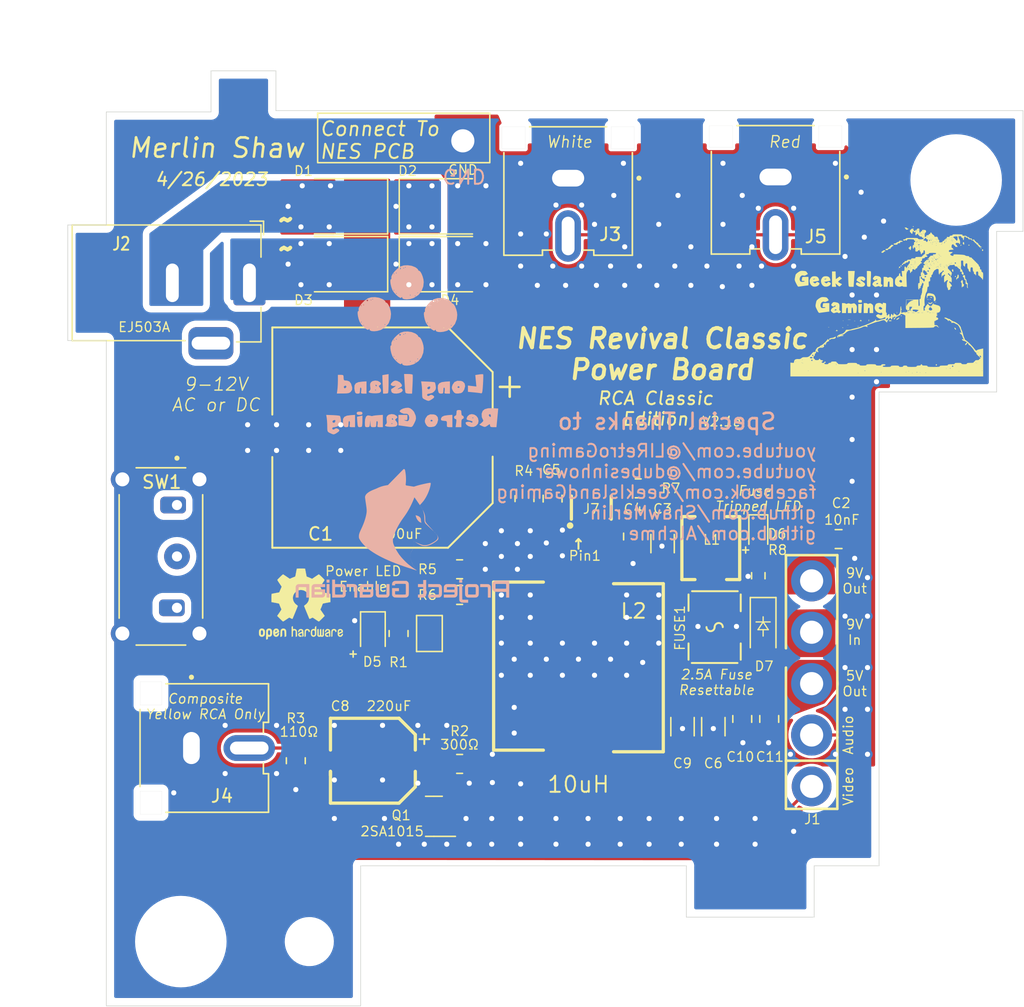
<source format=kicad_pcb>
(kicad_pcb (version 20211014) (generator pcbnew)
  (layers (0 "F.Cu" signal) (31 "B.Cu" signal) (34 "B.Paste" user) (35 "F.Paste" user) (36 "B.SilkS" user "B.Silkscreen") (37 "F.SilkS" user "F.Silkscreen") (38 "B.Mask" user) (39 "F.Mask" user) (44 "Edge.Cuts" user))
  (net 0 "")
  (net 1 "5V Out")
  (net 2 "Net-(C8-Pad1)")
  (net 3 "Net-(D2-Pad2)")
  (net 4 "Video Out")
  (net 5 "Net-(C8-Pad2)")
  (net 6 "GND")
  (net 7 "Video In")
  (net 8 "Audio In")
  (net 9 "9VIn")
  (net 10 "9VOut")
  (net 11 "/AC+")
  (net 12 "/AC-")
  (net 13 "Net-(J7-Pad4)")
  (net 14 "Net-(R4-Pad2)")
  (net 15 "SW")
  (net 16 "EN")
  (net 17 "Net-(C5-Pad1)")
  (net 18 "V5")
  (net 19 "9V_Int")
  (net 20 "9V_Ont")
  (net 21 "LED_On")
  (footprint "Capacitor_SMD:C_1206_3216Metric" (layer "F.Cu") (at 238.1 -29.75 -90)
    (fp_text reference "C9")
    (fp_text value "47uF")
  )
  (footprint "Capacitor_SMD:C_1206_3216Metric" (layer "F.Cu") (at 236.55 -44 -90)
    (fp_text reference "C3")
    (fp_text value "22uf/25")
  )
  (footprint "Resistor_SMD:R_0805_2012Metric" (layer "F.Cu") (at 208 -27.1 -90)
    (fp_text reference "R3")
    (fp_text value "110R")
  )
  (footprint "Resistor_SMD:R_0805_2012Metric" (layer "F.Cu") (at 225.8 -47.5 -90)
    (fp_text reference "R4")
    (fp_text value "10k")
  )
  (footprint "Merlin:OSHW-Logo2_7.3x6mm_SilkScreen" (layer "F.Cu") (at 208.4 -39.3)
    (fp_text reference "REF**" hide)
    (fp_text value "OSHW-Logo2_7.3x6mm_SilkScreen" hide)
  )
  (footprint "Diode_SMD:D_SMB" (layer "F.Cu") (at 211.6 -70.25 180)
    (fp_text reference "D1")
    (fp_text value "SD560B")
  )
  (footprint "Diode_SMD:D_SMB" (layer "F.Cu") (at 219.6 -65.75)
    (fp_text reference "D4")
    (fp_text value "SD560B")
  )
  (footprint "Capacitor_SMD:C_0805_2012Metric" (layer "F.Cu") (at 227.9875 -47.5 -90)
    (fp_text reference "C5")
    (fp_text value "1uF")
  )
  (footprint "Capacitor_SMD:C_0805_2012Metric" (layer "F.Cu") (at 244.85 -30.35 -90)
    (fp_text reference "C11")
    (fp_text value "50pF")
  )
  (footprint "Package_TO_SOT_SMD:SOT-23" (layer "F.Cu") (at 218.75 -22.77 180)
    (fp_text reference "Q1")
    (fp_text value "2SA1015")
  )
  (footprint "Diode_SMD:D_SOD-123" (layer "F.Cu") (at 244.375 -37.55 -90)
    (fp_text reference "D7")
    (fp_text value "1N4148W")
  )
  (footprint "Resistor_SMD:R_0805_2012Metric" (layer "F.Cu") (at 216 -37 90)
    (fp_text reference "R1")
    (fp_text value "2.2k")
  )
  (footprint "Resistor_SMD:R_0805_2012Metric" (layer "F.Cu") (at 220.75 -40)
    (fp_text reference "R6")
    (fp_text value "40.2k")
  )
  (footprint "" (layer "F.Cu") (at 199.05 -13.02)
    (fp_text reference "")
    (fp_text value "")
  )
  (footprint "Merlin:GeekIsland2" (layer "F.Cu") (at 254 -63)
    (fp_text reference "G***" hide)
    (fp_text value "LOGO" hide)
  )
  (footprint "Connector_BarrelJack:BarrelJack_Horizontal" (layer "F.Cu") (at 204.39 -64.2975)
    (fp_text reference "J2")
    (fp_text value "DC-005-5A-2.5")
  )
  (footprint "Resistor_SMD:R_0805_2012Metric" (layer "F.Cu") (at 234.65 -48.3)
    (fp_text reference "R7")
    (fp_text value "100K")
  )
  (footprint "Diode_SMD:D_SMB" (layer "F.Cu") (at 219.6 -70.25)
    (fp_text reference "D2")
    (fp_text value "SD560B")
  )
  (footprint "easyeda:IND-SMD_L4.9-W4.5" (layer "F.Cu") (at 240.3 -43.65 -90)
    (fp_text reference "L1")
    (fp_text value "IND-SMD_L4.9-W4.5" hide)
  )
  (footprint "Diode_SMD:D_SMB" (layer "F.Cu") (at 211.6 -65.75 180)
    (fp_text reference "D3")
    (fp_text value "SD560B")
  )
  (footprint "Resistor_SMD:R_0805_2012Metric" (layer "F.Cu") (at 220.75 -42)
    (fp_text reference "R5")
    (fp_text value "7.68k")
  )
  (footprint "easyeda:IND-SMD_L13.0-W13.0" (layer "F.Cu") (at 230 -34.4 -90)
    (fp_text reference "L2")
    (fp_text value "IND-SMD_L13.0-W13.0" hide)
  )
  (footprint "Merlin:CUI_RCJ-044" (layer "F.Cu") (at 229.196 -72.442 90)
    (fp_text reference "J3")
    (fp_text value "White RCJ-52" hide)
    (fp_line (start 2.3 5.15) (end 4 5.15) (layer "Edge.Cuts") (width 0.01))
    (fp_line (start 4 5.15) (end 4 3.35) (layer "Edge.Cuts") (width 0.01))
    (fp_line (start 2.3 -5.15) (end 2.3 -3.35) (layer "Edge.Cuts") (width 0.01))
    (fp_line (start 4 -5.15) (end 2.3 -5.15) (layer "Edge.Cuts") (width 0.01))
    (fp_line (start 2.3 3.35) (end 2.3 5.15) (layer "Edge.Cuts") (width 0.01))
    (fp_line (start 4 -3.35) (end 4 -5.15) (layer "Edge.Cuts") (width 0.01))
    (fp_line (start 4 3.35) (end 2.3 3.35) (layer "Edge.Cuts") (width 0.01))
    (fp_line (start 2.3 -3.35) (end 4 -3.35) (layer "Edge.Cuts") (width 0.01))
  )
  (footprint "Capacitor_SMD:C_1206_3216Metric" (layer "F.Cu") (at 240.5 -29.75 -90)
    (fp_text reference "C6")
    (fp_text value "22uf/25")
  )
  (footprint "Merlin:SolderJumper-2_P1.3mm_Open_TrianglePad1.0x1.5mm" (layer "F.Cu") (at 218.4 -37 90)
    (fp_text reference "RJV-EXT1" hide)
    (fp_text value "Resistor" hide)
  )
  (footprint "" (layer "F.Cu") (at 209.05 -13.02)
    (fp_text reference "")
    (fp_text value "")
  )
  (footprint "easyeda:CAP-SMD_BD16.0-L17.0-W17.0-FD-LS18.0" (layer "F.Cu") (at 214.75 -52.25 180)
    (fp_text reference "C1")
    (fp_text value "CAP-SMD_BD16.0-L17.0-W17.0-FD-LS18.0" hide)
  )
  (footprint "Merlin:CUI_RCJ-044" (layer "F.Cu") (at 199.876 -28.086 180)
    (fp_text reference "J4")
    (fp_text value "Yellow RCJ-44")
    (fp_line (start 2.3 -3.35) (end 4 -3.35) (layer "Edge.Cuts") (width 0.01))
    (fp_line (start 4 3.35) (end 2.3 3.35) (layer "Edge.Cuts") (width 0.01))
    (fp_line (start 2.3 -5.15) (end 2.3 -3.35) (layer "Edge.Cuts") (width 0.01))
    (fp_line (start 4 -5.15) (end 2.3 -5.15) (layer "Edge.Cuts") (width 0.01))
    (fp_line (start 4 5.15) (end 4 3.35) (layer "Edge.Cuts") (width 0.01))
    (fp_line (start 2.3 3.35) (end 2.3 5.15) (layer "Edge.Cuts") (width 0.01))
    (fp_line (start 4 -3.35) (end 4 -5.15) (layer "Edge.Cuts") (width 0.01))
    (fp_line (start 2.3 5.15) (end 4 5.15) (layer "Edge.Cuts") (width 0.01))
  )
  (footprint "Capacitor_SMD:C_0805_2012Metric" (layer "F.Cu") (at 250.25 -44.35)
    (fp_text reference "C2")
    (fp_text value "10nF")
  )
  (footprint "Capacitor_SMD:C_0805_2012Metric" (layer "F.Cu") (at 242.75 -30.35 -90)
    (fp_text reference "C10")
    (fp_text value ".1uF/25")
  )
  (footprint "Merlin:CUI_RCJ-044" (layer "F.Cu") (at 245.342 -72.536 90)
    (fp_text reference "J5")
    (fp_text value "Red RCJ-042" hide)
    (fp_line (start 4 -3.35) (end 4 -5.15) (layer "Edge.Cuts") (width 0.01))
    (fp_line (start 2.3 5.15) (end 4 5.15) (layer "Edge.Cuts") (width 0.01))
    (fp_line (start 2.3 -3.35) (end 4 -3.35) (layer "Edge.Cuts") (width 0.01))
    (fp_line (start 2.3 3.35) (end 2.3 5.15) (layer "Edge.Cuts") (width 0.01))
    (fp_line (start 4 3.35) (end 2.3 3.35) (layer "Edge.Cuts") (width 0.01))
    (fp_line (start 4 5.15) (end 4 3.35) (layer "Edge.Cuts") (width 0.01))
    (fp_line (start 4 -5.15) (end 2.3 -5.15) (layer "Edge.Cuts") (width 0.01))
    (fp_line (start 2.3 -5.15) (end 2.3 -3.35) (layer "Edge.Cuts") (width 0.01))
  )
  (footprint "Capacitor_SMD:C_0805_2012Metric" (layer "F.Cu") (at 234.25 -44.55 -90)
    (fp_text reference "C4")
    (fp_text value ".1uF/25")
  )
  (footprint "" (layer "F.Cu") (at 259.4 -72.3)
    (fp_text reference "")
    (fp_text value "")
  )
  (footprint "LED_SMD:LED_0603_1608Metric" (layer "F.Cu") (at 244 -44.75 -90)
    (fp_text reference "D6")
    (fp_text value "Power LED")
  )
  (footprint "easyeda:SOT-23-6_L2.9-W1.6-P0.95-LS2.8-BR" (layer "F.Cu") (at 231 -46.8 -90)
    (fp_text reference "J7")
    (fp_text value "SOT-23-6_L2.9-W1.6-P0.95-LS2.8-BR" hide)
  )
  (footprint "easyeda:F1812" (layer "F.Cu") (at 240.6 -37.5 -90)
    (fp_text reference "FUSE1")
    (fp_text value "SMD1812P150TF/16" hide)
  )
  (footprint "Connectors.IntLib:WIREPAD-09-15" (layer "F.Cu") (at 221 -75.35 -90)
    (fp_text reference "GND")
    (fp_text value "Wire Pad" hide)
  )
  (footprint "Specialty Components.IntLib:RF BOARD CONNECTOR" (layer "F.Cu") (at 248.15 -25.1 90)
    (fp_text reference "J1")
    (fp_text value "Board Connector" hide)
  )
  (footprint "easyeda:CAP-SMD_BD6.3-L6.5-W6.5-LS7.0-FD" (layer "F.Cu") (at 214 -27.1 180)
    (fp_text reference "C8")
    (fp_text value "220uF" hide)
  )
  (footprint "Resistor_SMD:R_0805_2012Metric" (layer "F.Cu") (at 220.75 -26.85 180)
    (fp_text reference "R2")
    (fp_text value "300")
  )
  (footprint "Merlin:SW_EG1224" (layer "F.Cu") (at 197.5 -43 -90)
    (fp_text reference "SW1")
    (fp_text value "EG2215")
  )
  (footprint "Resistor_SMD:R_0603_1608Metric" (layer "F.Cu") (at 244 -41.5 -90)
    (fp_text reference "R8")
    (fp_text value "2.2k")
  )
  (footprint "LED_SMD:LED_0805_2012Metric" (layer "F.Cu") (at 214 -37 -90)
    (fp_text reference "D5")
    (fp_text value "Power LED")
  )
  (footprint "Merlin:LongIslandRetroGaming4" (layer "B.Cu") (at 216.75 -59.3 180)
    (fp_text reference "G***")
    (fp_text value "LOGO" hide)
  )
  (footprint "Merlin:PG_20mmx13.1mm" (layer "B.Cu") (at 216.354429 -44.858363 180)
    (fp_text reference "G***" hide)
    (fp_text value "LOGO" hide)
  )
  (gr_rect (start 209.7 -77.5) (end 223.1 -73.65) (layer "F.SilkS") (width 0.12) (fill none))
  (gr_line (start 212.225 -35.4) (end 212.7 -35.4) (layer "F.SilkS") (width 0.12))
  (gr_line (start 242.775 -43.5) (end 243.25 -43.5) (layer "F.SilkS") (width 0.12))
  (gr_line (start 212.4625 -35.1625) (end 212.4625 -35.6375) (layer "F.SilkS") (width 0.12))
  (gr_line (start 243.0125 -43.2625) (end 243.0125 -43.7375) (layer "F.SilkS") (width 0.12))
  (gr_line (start 238.4 -14.92) (end 238.4 -18.92) (layer "Edge.Cuts") (width 0.05))
  (gr_line (start 238.4 -18.92) (end 213.05 -18.92) (layer "Edge.Cuts") (width 0.05))
  (gr_line (start 213.05 -18.92) (end 213.05 -8.02) (layer "Edge.Cuts") (width 0.05))
  (gr_line (start 253.4 -55.8) (end 253.4 -18.92) (layer "Edge.Cuts") (width 0.05))
  (gr_line (start 201.4 -80.8) (end 206.45 -80.8) (layer "Edge.Cuts") (width 0.05))
  (gr_line (start 193.25 -68.8) (end 193.25 -77.6) (layer "Edge.Cuts") (width 0.05))
  (gr_line (start 253.4 -18.92) (end 248.35 -18.92) (layer "Edge.Cuts") (width 0.05))
  (gr_line (start 264.6 -68.3) (end 262.55 -68.3) (layer "Edge.Cuts") (width 0.05))
  (gr_line (start 193.25 -77.6) (end 201.4 -77.6) (layer "Edge.Cuts") (width 0.05))
  (gr_line (start 262.55 -55.8) (end 253.4 -55.8) (layer "Edge.Cuts") (width 0.05))
  (gr_line (start 213.05 -8.02) (end 193.25 -8.02) (layer "Edge.Cuts") (width 0.05))
  (gr_line (start 206.45 -77.7) (end 264.6 -77.7) (layer "Edge.Cuts") (width 0.05))
  (gr_line (start 193.25 -8.02) (end 193.25 -59.8) (layer "Edge.Cuts") (width 0.05))
  (gr_line (start 262.55 -68.3) (end 262.55 -55.8) (layer "Edge.Cuts") (width 0.05))
  (gr_line (start 264.6 -77.7) (end 264.6 -68.3) (layer "Edge.Cuts") (width 0.05))
  (gr_line (start 193.25 -59.8) (end 190.25 -59.8) (layer "Edge.Cuts") (width 0.05))
  (gr_line (start 190.25 -68.8) (end 193.25 -68.8) (layer "Edge.Cuts") (width 0.05))
  (gr_line (start 190.25 -59.8) (end 190.25 -68.8) (layer "Edge.Cuts") (width 0.05))
  (gr_line (start 248.35 -18.92) (end 248.35 -14.92) (layer "Edge.Cuts") (width 0.05))
  (gr_line (start 201.4 -77.6) (end 201.4 -80.8) (layer "Edge.Cuts") (width 0.05))
  (gr_line (start 206.45 -80.8) (end 206.45 -77.7) (layer "Edge.Cuts") (width 0.05))
  (gr_line (start 248.35 -14.92) (end 238.4 -14.92) (layer "Edge.Cuts") (width 0.05))
  (gr_text "Special Thanks to" (at 245.5 -53.5) (layer "B.SilkS") (effects (font (size 1.25 1.25) (thickness 0.2)) (justify left mirror)))
  (gr_text "youtube.com/@LIRetroGaming\nyoutube.com/@dubesinhower\nfacebook.com/GeekIslandGaming\ngithub.com/ShawMerlin\ngithub.com/Alchme" (at 248.6 -48) (layer "B.SilkS") (effects (font (size 1 1)) (justify left mirror)))
  (gr_text "9V\nOut" (at 251.5 -41.1) (layer "F.SilkS") (effects (font (size 0.75 0.75) (thickness 0.1))))
  (gr_text "Video" (at 251 -25.1 90) (layer "F.SilkS") (effects (font (size 0.75 0.75) (thickness 0.1))))
  (gr_text "10nF" (at 250.5 -45.85) (layer "F.SilkS") (effects (font (size 0.75 0.75) (thickness 0.1))))
  (gr_text "V2.1e" (at 239.5 -53.5) (layer "F.SilkS") (effects (font (size 0.75 0.75) (thickness 0.1) bold italic) (justify left)))
  (gr_text "Merlin Shaw" (at 201.85 -74.8) (layer "F.SilkS") (effects (font (size 1.5 1.5) (thickness 0.2) bold italic)))
  (gr_text "White\n" (at 229.3 -75.27) (layer "F.SilkS") (effects (font (size 0.9 0.9) (thickness 0.1) bold italic)))
  (gr_text "Power LED\nEnable" (at 213.25 -41.25) (layer "F.SilkS") (effects (font (size 0.75 0.75) (thickness 0.1))))
  (gr_text "Fuse \nTripped LED" (at 244 -47.5) (layer "F.SilkS") (effects (font (size 0.75 0.75) (thickness 0.1) italic)))
  (gr_text "110Ω" (at 208.25 -29.35) (layer "F.SilkS") (effects (font (size 0.75 0.75) (thickness 0.1))))
  (gr_text "+" (at 224.65 -56.35) (layer "F.SilkS") (effects (font (size 2 2) (thickness 0.2))))
  (gr_text "RCA Classic\nEdition" (at 236 -54.5) (layer "F.SilkS") (effects (font (size 1 1) (thickness 0.15) bold italic)))
  (gr_text "9V\nIn" (at 251.5 -37.1) (layer "F.SilkS") (effects (font (size 0.75 0.75) (thickness 0.1))))
  (gr_text "Red" (at 246.05 -75.27) (layer "F.SilkS") (effects (font (size 0.9 0.9) (thickness 0.1) bold italic)))
  (gr_text "2.5A Fuse\nResettable" (at 240.75 -33.2) (layer "F.SilkS") (effects (font (size 0.75 0.75) (thickness 0.1) italic)))
  (gr_text "~" (at 207.25 -69.25) (layer "F.SilkS") (effects (font (size 1.5 1.5) (thickness 0.3))))
  (gr_text "Pin1" (at 230.5 -43.05) (layer "F.SilkS") (effects (font (size 0.75 0.75) (thickness 0.1))))
  (gr_text "220uF" (at 215.25 -31.35) (layer "F.SilkS") (effects (font (size 0.75 0.75) (thickness 0.1))))
  (gr_text "300Ω" (at 220.75 -28.35) (layer "F.SilkS") (effects (font (size 0.75 0.75) (thickness 0.1))))
  (gr_text "2200uF" (at 215.75 -44.75) (layer "F.SilkS") (effects (font (size 0.75 0.75) (thickness 0.1))))
  (gr_text "NES Revival Classic\nPower Board" (at 236.5 -58.75) (layer "F.SilkS") (effects (font (size 1.5 1.5) (thickness 0.3) italic)))
  (gr_text "5V\nOut" (at 251.5 -33.1) (layer "F.SilkS") (effects (font (size 0.75 0.75) (thickness 0.1))))
  (gr_text "~" (at 207.25 -67) (layer "F.SilkS") (effects (font (size 1.5 1.5) (thickness 0.3))))
  (gr_text "9-12V\nAC or DC" (at 201.8 -55.6) (layer "F.SilkS") (effects (font (size 1 1) (thickness 0.1) bold italic)))
  (gr_text "Composite\nYellow RCA Only" (at 200.95 -31.32) (layer "F.SilkS") (effects (font (size 0.75 0.75) (thickness 0.1) bold italic)))
  (gr_text "Connect To\nNES PCB" (at 209.8 -75.4) (layer "F.SilkS") (effects (font (size 1.1 1.1) (thickness 0.15) bold italic) (justify left)))
  (gr_text "+" (at 218 -28.85) (layer "F.SilkS") (effects (font (size 1 1))))
  (gr_text "10uH" (at 230 -25.25) (layer "F.SilkS") (effects (font (size 1.25 1.25))))
  (gr_text "EJ503A" (at 196.2 -60.85) (layer "F.SilkS") (effects (font (size 0.75 0.75) (thickness 0.1))))
  (gr_text "Audio" (at 251 -29.1 90) (layer "F.SilkS") (effects (font (size 0.75 0.75) (thickness 0.1))))
  (gr_text "4/26/2023" (at 201.45 -72.35) (layer "F.SilkS") (effects (font (size 1 1) (thickness 0.15) bold italic)))
  (gr_text "↑" (at 230 -44.05) (layer "F.SilkS") (effects (font (size 1 1))))
  (segment (start 221.6625 -32.5875) (end 224.15 -30.1) (width 0.5) (layer "F.Cu") (net 1))
  (segment (start 221.6625 -40) (end 221.6625 -37.5875) (width 0.5) (layer "F.Cu") (net 1))
  (segment (start 221.6625 -26.85) (end 224.35 -26.85) (width 0.25) (layer "F.Cu") (net 1))
  (segment (start 225.5 -28) (end 231.25 -28) (width 0.25) (layer "F.Cu") (net 1))
  (segment (start 224.35 -26.85) (end 225.5 -28) (width 0.25) (layer "F.Cu") (net 1))
  (segment (start 221.6625 -36.4125) (end 221.6625 -32.5875) (width 0.5) (layer "F.Cu") (net 1))
  (segment (start 224.15 -30.1) (end 229.05 -30.1) (width 0.5) (layer "F.Cu") (net 1))
  (segment (start 221.6625 -37.5875) (end 221.6625 -36.4125) (width 0.5) (layer "F.Cu") (net 1))
  (segment (start 229.1 -29.15) (end 230 -29.15) (width 0.5) (layer "F.Cu") (net 1))
  (segment (start 218.4 -36.275) (end 221.525 -36.275) (width 0.25) (layer "F.Cu") (net 1))
  (segment (start 229.05 -30.1) (end 230 -29.15) (width 0.5) (layer "F.Cu") (net 1))
  (segment (start 221.525 -36.275) (end 221.6625 -36.4125) (width 0.25) (layer "F.Cu") (net 1))
  (segment (start 219.6875 -26.7) (end 219.8375 -26.85) (width 0.25) (layer "F.Cu") (net 2))
  (segment (start 219.6875 -23.72) (end 219.6875 -26.7) (width 0.25) (layer "F.Cu") (net 2))
  (segment (start 219.5875 -27.1) (end 216.67 -27.1) (width 0.25) (layer "F.Cu") (net 2))
  (segment (start 219.8375 -26.85) (end 219.5875 -27.1) (width 0.25) (layer "F.Cu") (net 2))
  (segment (start 214.2125 -36.1) (end 216.1875 -36.1) (width 0.25) (layer "F.Cu") (net 3))
  (segment (start 213.9875 -36.0875) (end 214 -36.1) (width 0.25) (layer "F.Cu") (net 3))
  (segment (start 207.9265 -28.086) (end 208 -28.0125) (width 0.25) (layer "F.Cu") (net 4))
  (segment (start 204.376 -28.086) (end 207.9265 -28.086) (width 0.25) (layer "F.Cu") (net 4))
  (segment (start 209.0875 -26.1875) (end 210 -27.1) (width 0.25) (layer "F.Cu") (net 5))
  (segment (start 208 -26.1875) (end 209.0875 -26.1875) (width 0.25) (layer "F.Cu") (net 5))
  (segment (start 210 -27.1) (end 211.33 -27.1) (width 0.25) (layer "F.Cu") (net 5))
  (segment (start 244.8 -28.5) (end 244.8 -29.35) (width 1) (layer "F.Cu") (net 6))
  (segment (start 251.5 -42.85) (end 251.5 -44.3) (width 0.75) (layer "F.Cu") (net 6))
  (segment (start 243.975 -40.675) (end 243.2 -41.45) (width 0.25) (layer "F.Cu") (net 6))
  (segment (start 251.5 -44.3) (end 251.45 -44.35) (width 0.75) (layer "F.Cu") (net 6))
  (segment (start 240.5 -28.275) (end 240.5 -29.55) (width 1) (layer "F.Cu") (net 6))
  (segment (start 234.25 -42.45) (end 234.25 -43.6) (width 1) (layer "F.Cu") (net 6))
  (segment (start 212.58125 -38) (end 214.01875 -38) (width 0.25) (layer "F.Cu") (net 6))
  (segment (start 238.1 -28.275) (end 238.1 -29.6) (width 1) (layer "F.Cu") (net 6))
  (segment (start 244 -40.675) (end 243.975 -40.675) (width 0.25) (layer "F.Cu") (net 6))
  (segment (start 236.5 -43.8) (end 236.5 -43.125) (width 1) (layer "F.Cu") (net 6))
  (segment (start 242.8 -28.5) (end 242.8 -29.35) (width 1) (layer "F.Cu") (net 6))
  (via (at 235.5 -22.6) (size 0.8) (drill 0.4) (layers "F.Cu" "B.Cu") (net 6))
  (via (at 233.25 -22.6) (size 0.8) (drill 0.4) (layers "F.Cu" "B.Cu") (net 6))
  (via (at 253.75 -69.1) (size 0.8) (drill 0.4) (layers "F.Cu" "B.Cu") (net 6))
  (via (at 238 -22.6) (size 0.8) (drill 0.4) (layers "F.Cu" "B.Cu") (net 6))
  (via (at 226.25 -40) (size 0.8) (drill 0.4) (layers "F.Cu" "B.Cu") (net 6))
  (via (at 225.5 -68.1) (size 0.8) (drill 0.4) (layers "F.Cu" "B.Cu") (net 6))
  (via (at 232.5 -35) (size 0.8) (drill 0.4) (layers "F.Cu" "B.Cu") (net 6))
  (via (at 212.58125 -38) (size 0.8) (drill 0.4) (layers "F.Cu" "B.Cu") (net 6))
  (via (at 251.3 -63.35) (size 0.8) (drill 0.4) (layers "F.Cu" "B.Cu") (net 6))
  (via (at 228.75 -33.75) (size 0.8) (drill 0.4) (layers "F.Cu" "B.Cu") (net 6))
  (via (at 236.25 -36.25) (size 0.8) (drill 0.4) (layers "F.Cu" "B.Cu") (net 6))
  (via (at 204.25 -53.25) (size 0.8) (drill 0.4) (layers "F.Cu" "B.Cu") (net 6))
  (via (at 206.5 -26.1) (size 0.8) (drill 0.4) (layers "F.Cu" "B.Cu") (net 6))
  (via (at 237.75 -71.1) (size 0.8) (drill 0.4) (layers "F.Cu" "B.Cu") (net 6))
  (via (at 246.75 -21.6) (size 0.8) (drill 0.4) (layers "F.Cu" "B.Cu") (net 6))
  (via (at 253.2 -63.35) (size 0.8) (drill 0.4) (layers "F.Cu" "B.Cu") (net 6))
  (via (at 226.25 -33.75) (size 0.8) (drill 0.4) (layers "F.Cu" "B.Cu") (net 6))
  (via (at 220.6 -71.85) (size 0.8) (drill 0.4) (layers "F.Cu" "B.Cu") (net 6))
  (via (at 232.5 -65.6) (size 0.8) (drill 0.4) (layers "F.Cu" "B.Cu") (net 6))
  (via (at 227.5 -35) (size 0.8) (drill 0.4) (layers "F.Cu" "B.Cu") (net 6))
  (via (at 246.5 -27.6) (size 0.8) (drill 0.4) (layers "F.Cu" "B.Cu") (net 6))
  (via (at 224 -38.25) (size 0.8) (drill 0.4) (layers "F.Cu" "B.Cu") (net 6))
  (via (at 230 -35) (size 0.8) (drill 0.4) (layers "F.Cu" "B.Cu") (net 6))
  (via (at 233.75 -40) (size 0.8) (drill 0.4) (layers "F.Cu" "B.Cu") (net 6))
  (via (at 224 -40) (size 0.8) (drill 0.4) (layers "F.Cu" "B.Cu") (net 6))
  (via (at 240.5 -29.6) (size 0.8) (drill 0.4) (layers "F.Cu" "B.Cu") (net 6))
  (via (at 227.5 -68.1) (size 0.8) (drill 0.4) (layers "F.Cu" "B.Cu") (net 6))
  (via (at 250 -73.6) (size 0.8) (drill 0.4) (layers "F.Cu" "B.Cu") (net 6))
  (via (at 226.25 -36.25) (size 0.8) (drill 0.4) (layers "F.Cu" "B.Cu") (net 6))
  (via (at 220.6 -64.15) (size 0.8) (drill 0.4) (layers "F.Cu" "B.Cu") (net 6))
  (via (at 209 -51.25) (size 0.8) (drill 0.4) (layers "F.Cu" "B.Cu") (net 6))
  (via (at 237.5 -65.6) (size 0.8) (drill 0.4) (layers "F.Cu" "B.Cu") (net 6))
  (via (at 225.5 -20.6) (size 0.8) (drill 0.4) (layers "F.Cu" "B.Cu") (net 6))
  (via (at 223.25 -22.6) (size 0.8) (drill 0.4) (layers "F.Cu" "B.Cu") (net 6))
  (via (at 242.3 -37.55) (size 0.8) (drill 0.4) (layers "F.Cu" "B.Cu") (net 6))
  (via (at 222.8 -71.85) (size 0.8) (drill 0.4) (layers "F.Cu" "B.Cu") (net 6))
  (via (at 243.5 -64.1) (size 0.8) (drill 0.4) (layers "F.Cu" "B.Cu") (net 6))
  (via (at 234.75 -65.6) (size 0.8) (drill 0.4) (layers "F.Cu" "B.Cu") (net 6))
  (via (at 208 -24.85) (size 0.8) (drill 0.4) (layers "F.Cu" "B.Cu") (net 6))
  (via (at 242.5 -65.6) (size 0.8) (drill 0.4) (layers "F.Cu" "B.Cu") (net 6))
  (via (at 235 -34.75) (size 0.8) (drill 0.4) (layers "F.Cu" "B.Cu") (net 6))
  (via (at 222.8 -64.15) (size 0.8) (drill 0.4) (layers "F.Cu" "B.Cu") (net 6))
  (via (at 223.25 -20.6) (size 0.8) (drill 0.4) (layers "F.Cu" "B.Cu") (net 6))
  (via (at 233.5 -73.6) (size 0.8) (drill 0.4) (layers "F.Cu" "B.Cu") (net 6))
  (via (at 219.75 -20.6) (size 0.8) (drill 0.4) (layers "F.Cu" "B.Cu") (net 6))
  (via (at 225 -31.25) (size 0.8) (drill 0.4) (layers "F.Cu" "B.Cu") (net 6))
  (via (at 211 -22.6) (size 0.8) (drill 0.4) (layers "F.Cu" "B.Cu") (net 6))
  (via (at 225 -29.25) (size 0.8) (drill 0.4) (layers "F.Cu" "B.Cu") (net 6))
  (via (at 216 -20.6) (size 0.8) (drill 0.4) (layers "F.Cu" "B.Cu") (net 6))
  (via (at 228.75 -36.25) (size 0.8) (drill 0.4) (layers "F.Cu" "B.Cu") (net 6))
  (via (at 226.25 -38.25) (size 0.8) (drill 0.4) (layers "F.Cu" "B.Cu") (net 6))
  (via (at 239.3 -37.55) (size 0.8) (drill 0.4) (layers "F.Cu" "B.Cu") (net 6))
  (via (at 236.25 -38.25) (size 0.8) (drill 0.4) (layers "F.Cu" "B.Cu") (net 6))
  (via (at 228.25 -20.6) (size 0.8) (drill 0.4) (layers "F.Cu" "B.Cu") (net 6))
  (via (at 227.5 -44.05) (size 0.8) (drill 0.4) (layers "F.Cu" "B.Cu") (net 6))
  (via (at 230.75 -22.6) (size 0.8) (drill 0.4) (layers "F.Cu" "B.Cu") (net 6))
  (via (at 225.5 -22.6) (size 0.8) (drill 0.4) (layers "F.Cu" "B.Cu") (net 6))
  (via (at 244.25 -65.6) (size 0.8) (drill 0.4) (layers "F.Cu" "B.Cu") (net 6))
  (via (at 225.5 -65.6) (size 0.8) (drill 0.4) (layers "F.Cu" "B.Cu") (net 6))
  (via (at 225.25 -42) (size 0.8) (drill 0.4) (layers "F.Cu" "B.Cu") (net 6))
  (via (at 228 -65.6) (size 0.8) (drill 0.4) (layers "F.Cu" "B.Cu") (net 6))
  (via (at 231.25 -68.85) (size 0.8) (drill 0.4) (layers "F.Cu" "B.Cu") (net 6))
  (via (at 211.5 -53.25) (size 0.8) (drill 0.4) (layers "F.Cu" "B.Cu") (net 6))
  (via (at 250 -27.6) (size 0.8) (drill 0.4) (layers "F.Cu" "B.Cu") (net 6))
  (via (at 243.2 -41.45) (size 0.8) (drill 0.4) (layers "F.Cu" "B.Cu") (net 6))
  (via (at 226.25 -45) (size 0.8) (drill 0.4) (layers "F.Cu" "B.Cu") (net 6))
  (via (at 238.75 -64.1) (size 0.8) (drill 0.4) (layers "F.Cu" "B.Cu") (net 6))
  (via (at 226.25 -43) (size 0.8) (drill 0.4) (layers "F.Cu" "B.Cu") (net 6))
  (via (at 198.5 -24.6) (size 0.8) (drill 0.4) (layers "F.Cu" "B.Cu") (net 6))
  (via (at 232.75 -71.1) (size 0.8) (drill 0.4) (layers "F.Cu" "B.Cu") (net 6))
  (via (at 217.5 -29.85) (size 0.8) (drill 0.4) (layers "F.Cu" "B.Cu") (net 6))
  (via (at 241.25 -73.6) (size 0.8) (drill 0.4) (layers "F.Cu" "B.Cu") (net 6))
  (via (at 219.75 -29.85) (size 0.8) (drill 0.4) (layers "F.Cu" "B.Cu") (net 6))
  (via (at 231.4 -64.1) (size 0.8) (drill 0.4) (layers "F.Cu" "B.Cu") (net 6))
  (via (at 229 -64.1) (size 0.8) (drill 0.4) (layers "F.Cu" "B.Cu") (net 6))
  (via (at 252.5 -41.35) (size 0.8) (drill 0.4) (layers "F.Cu" "B.Cu") (net 6))
  (via (at 243.75 -20.6) (size 0.8) (drill 0.4) (layers "F.Cu" "B.Cu") (net 6))
  (via (at 251.3 -59.1) (size 0.8) (drill 0.4) (layers "F.Cu" "B.Cu") (net 6))
  (via (at 251.3 -52.1) (size 0.8) (drill 0.4) (layers "F.Cu" "B.Cu") (net 6))
  (via (at 221.25 -22.6) (size 0.8) (drill 0.4) (layers "F.Cu" "B.Cu") (net 6))
  (via (at 225.5 -73.6) (size 0.8) (drill 0.4) (layers "F.Cu" "B.Cu") (net 6))
  (via (at 236.25 -40) (size 0.8) (drill 0.4) (layers "F.Cu" "B.Cu") (net 6))
  (via (at 233.6 -67.1) (size 0.8) (drill 0.4) (layers "F.Cu" "B.Cu") (net 6))
  (via (at 252 -71.35) (size 0.8) (drill 0.4) (layers "F.Cu" "B.Cu") (net 6))
  (via (at 230.25 -65.6) (size 0.8) (drill 0.4) (layers "F.Cu" "B.Cu") (net 6))
  (via (at 230.25 -70.35) (size 0.8) (drill 0.4) (layers "F.Cu" "B.Cu") (net 6))
  (via (at 231.25 -36.25) (size 0.8) (drill 0.4) (layers "F.Cu" "B.Cu") (net 6))
  (via (at 209 -53.25) (size 0.8) (drill 0.4) (layers "F.Cu" "B.Cu") (net 6))
  (via (at 225.5 -25.3) (size 0.8) (drill 0.4) (layers "F.Cu" "B.Cu") (net 6))
  (via (at 236.25 -68.85) (size 0.8) (drill 0.4) (layers "F.Cu" "B.Cu") (net 6))
  (via (at 233.75 -33.75) (size 0.8) (drill 0.4) (layers "F.Cu" "B.Cu") (net 6))
  (via (at 242.8 -28.5) (size 0.8) (drill 0.4) (layers "F.Cu" "B.Cu") (net 6))
  (via (at 233.25 -20.6) (size 0.8) (drill 0.4) (layers "F.Cu" "B.Cu") (net 6))
  (via (at 252.5 -27.6) (size 0.8) (drill 0.4) (layers "F.Cu" "B.Cu") (net 6))
  (via (at 206.5 -53.25) (size 0.8) (drill 0.4) (layers "F.Cu" "B.Cu") (net 6))
  (via (at 250.75 -34.35) (size 0.8) (drill 0.4) (layers "F.Cu" "B.Cu") (net 6))
  (via (at 240 -65.6) (size 0.8) (drill 0.4) (layers "F.Cu" "B.Cu") (net 6))
  (via (at 223.3 -25.4) (size 0.8) (drill 0.4) (layers "F.Cu" "B.Cu") (net 6))
  (via (at 224 -36.25) (size 0.8) (drill 0.4) (layers "F.Cu" "B.Cu") (net 6))
  (via (at 235.5 -20.6) (size 0.8) (drill 0.4) (layers "F.Cu" "B.Cu") (net 6))
  (via (at 244 -70.1) (size 0.8) (drill 0.4) (layers "F.Cu" "B.Cu") (net 6))
  (via (at 253.2 -59.1) (size 0.8) (drill 0.4) (layers "F.Cu" "B.Cu") (net 6))
  (via (at 252.5 -31.1) (size 0.8) (drill 0.4) (layers "F.Cu" "B.Cu") (net 6))
  (via (at 211 -29.85) (size 0.8) (drill 0.4) (layers "F.Cu" "B.Cu") (net 6))
  (via (at 250.75 -66.35) (size 0.8) (drill 0.4) (layers "F.Cu" "B.Cu") (net 6))
  (via (at 242.75 -71.1) (size 0.8) (drill 0.4) (layers "F.Cu" "B.Cu") (net 6))
  (via (at 238.75 -67.1) (size 0.8) (drill 0.4) (layers "F.Cu" "B.Cu") (net 6))
  (via (at 233.6 -64.1) (size 0.8) (drill 0.4) (layers "F.Cu" "B.Cu") (net 6))
  (via (at 251.3 -48.85) (size 0.8) (drill 0.4) (layers "F.Cu" "B.Cu") (net 6))
  (via (at 224 -45) (size 0.8) (drill 0.4) (layers "F.Cu" "B.Cu") (net 6))
  (via (at 246.75 -65.6) (size 0.8) (drill 0.4) (layers "F.Cu" "B.Cu") (net 6))
  (via (at 233.75 -38.25) (size 0.8) (drill 0.4) (layers "F.Cu" "B.Cu") (net 6))
  (via (at 222.75 -42) (size 0.8) (drill 0.4) (layers "F.Cu" "B.Cu") (net 6))
  (via (at 228.75 -43.05) (size 0.8) (drill 0.4) (layers "F.Cu" "B.Cu") (net 6))
  (via (at 228.25 -22.6) (size 0.8) (drill 0.4) (layers "F.Cu" "B.Cu") (net 6))
  (via (at 228.25 -70.35) (size 0.8) (drill 0.4) (layers "F.Cu" "B.Cu") (net 6))
  (via (at 214.75 -29.85) (size 0.8) (drill 0.4) (layers "F.Cu" "B.Cu") (net 6))
  (via (at 222.8 -67.35) (size 0.8) (drill 0.4) (layers "F.Cu" "B.Cu") (net 6))
  (via (at 236.5 -43.8) (size 0.8) (drill 0.4) (layers "F.Cu" "B.Cu") (net 6))
  (via (at 252.5 -38.35) (size 0.8) (drill 0.4) (layers "F.Cu" "B.Cu") (net 6))
  (via (at 238.1 -29.6) (size 0.8) (drill 0.4) (layers "F.Cu" "B.Cu") (net 6))
  (via (at 204.25 -51.25) (size 0.8) (drill 0.4) (layers "F.Cu" "B.Cu") (net 6))
  (via (at 240.75 -22.6) (size 0.8) (drill 0.4) (layers "F.Cu" "B.Cu") (net 6))
  (via (at 217.5 -25.35) (size 0.8) (drill 0.4) (layers "F.Cu" "B.Cu") (net 6))
  (via (at 222.75 -44) (size 0.8) (drill 0.4) (layers "F.Cu" "B.Cu") (net 6))
  (via (at 202.5 -26.1) (size 0.8) (drill 0.4) (layers "F.Cu" "B.Cu") (net 6))
  (via (at 241.25 -68.85) (size 0.8) (drill 0.4) (layers "F.Cu" "B.Cu") (net 6))
  (via (at 238 -20.6) (size 0.8) (drill 0.4) (layers "F.Cu" "B.Cu") (net 6))
  (via (at 211 -25.6) (size 0.8) (drill 0.4) (layers "F.Cu" "B.Cu") (net 6))
  (via (at 233.75 -36.25) (size 0.8) (drill 0.4) (layers "F.Cu" "B.Cu") (net 6))
  (via (at 252.25 -67.85) (size 0.8) (drill 0.4) (layers "F.Cu" "B.Cu") (net 6))
  (via (at 252.5 -34.35) (size 0.8) (drill 0.4) (layers "F.Cu" "B.Cu") (net 6))
  (via (at 231.25 -33.75) (size 0.8) (drill 0.4) (layers "F.Cu" "B.Cu") (net 6))
  (via (at 224 -33.75) (size 0.8) (drill 0.4) (layers "F.Cu" "B.Cu") (net 6))
  (via (at 251.5 -42.85) (size 0.8) (drill 0.4) (layers "F.Cu" "B.Cu") (net 6))
  (via (at 220.6 -67.35) (size 0.8) (drill 0.4) (layers "F.Cu" "B.Cu") (net 6))
  (via (at 251.3 -55.4) (size 0.8) (drill 0.4) (layers "F.Cu" "B.Cu") (net 6))
  (via (at 234.25 -42.45) (size 0.8) (drill 0.4) (layers "F.Cu" "B.Cu") (net 6))
  (via (at 253.2 -56.6) (size 0.8) (drill 0.4) (layers "F.Cu" "B.Cu") (net 6))
  (via (at 243.75 -22.6) (size 0.8) (drill 0.4) (layers "F.Cu" "B.Cu") (net 6))
  (via (at 240.75 -20.6) (size 0.8) (drill 0.4) (layers "F.Cu" "B.Cu") (net 6))
  (via (at 236.1 -64.1) (size 0.8) (drill 0.4) (layers "F.Cu" "B.Cu") (net 6))
  (via (at 223.3 -27.6) (size 0.8) (drill 0.4) (layers "F.Cu" "B.Cu") (net 6))
  (via (at 230.75 -20.6) (size 0.8) (drill 0.4) (layers "F.Cu" "B.Cu") (net 6))
  (via (at 250.75 -31.1) (size 0.8) (drill 0.4) (layers "F.Cu" "B.Cu") (net 6))
  (via (at 221.5 -20.6) (size 0.8) (drill 0.4) (layers "F.Cu" "B.Cu") (net 6))
  (via (at 206.5 -29.85) (size 0.8) (drill 0.4) (layers "F.Cu" "B.Cu") (net 6))
  (via (at 241.2 -64) (size 0.8) (drill 0.4) (layers "F.Cu" "B.Cu") (net 6))
  (via (at 211.5 -51.25) (size 0.8) (drill 0.4) (layers "F.Cu" "B.Cu") (net 6))
  (via (at 221.5 -25.35) (size 0.8) (drill 0.4) (layers "F.Cu" "B.Cu") (net 6))
  (via (at 214.9 -22.6) (size 0.8) (drill 0.4) (layers "F.Cu" "B.Cu") (net 6))
  (via (at 225.25 -44) (size 0.8) (drill 0.4) (layers "F.Cu" "B.Cu") (net 6))
  (via (at 226.8 -64.1) (size 0.8) (drill 0.4) (layers "F.Cu" "B.Cu") (net 6))
  (via (at 225 -35) (size 0.8) (drill 0.4) (layers "F.Cu" "B.Cu") (net 6))
  (via (at 218 -20.6) (size 0.8) (drill 0.4) (layers "F.Cu" "B.Cu") (net 6))
  (via (at 244.8 -28.5) (size 0.8) (drill 0.4) (layers "F.Cu" "B.Cu") (net 6))
  (via (at 224 -43) (size 0.8) (drill 0.4) (layers "F.Cu" "B.Cu") (net 6))
  (via (at 243.5 -67.1) (size 0.8) (drill 0.4) (layers "F.Cu" "B.Cu") (net 6))
  (via (at 246.75 -70.1) (size 0.8) (drill 0.4) (layers "F.Cu" "B.Cu") (net 6))
  (via (at 206.5 -51.25) (size 0.8) (drill 0.4) (layers "F.Cu" "B.Cu") (net 6))
  (via (at 250.75 -38.35) (size 0.8) (drill 0.4) (layers "F.Cu" "B.Cu") (net 6))
  (via (at 202.5 -29.85) (size 0.8) (drill 0.4) (layers "F.Cu" "B.Cu") (net 6))
  (via (at 214.75 -25.6) (size 0.8) (drill 0.4) (layers "F.Cu" "B.Cu") (net 6))
  (via (at 228.75 -45.05) (size 0.8) (drill 0.4) (layers "F.Cu" "B.Cu") (net 6))
  (segment (start 244.65 -21.6) (end 228 -21.6) (width 0.25) (layer "F.Cu") (net 7))
  (segment (start 219.9075 -21.6) (end 219.6875 -21.82) (width 0.25) (layer "F.Cu") (net 7))
  (segment (start 248.15 -25.1) (end 244.65 -21.6) (width 0.25) (layer "F.Cu") (net 7))
  (segment (start 228 -21.6) (end 219.9075 -21.6) (width 0.25) (layer "F.Cu") (net 7))
  (segment (start 252.27452 -42.37452) (end 252.27452 -66.32548) (width 0.25) (layer "F.Cu") (net 8))
  (segment (start 245.342 -68.036) (end 229.29 -68.036) (width 0.25) (layer "F.Cu") (net 8))
  (segment (start 251.5 -41.6) (end 252.27452 -42.37452) (width 0.25) (layer "F.Cu") (net 8))
  (segment (start 250.25 -29.1) (end 251.5 -30.35) (width 0.25) (layer "F.Cu") (net 8))
  (segment (start 252.27452 -66.32548) (end 250.564 -68.036) (width 0.25) (layer "F.Cu") (net 8))
  (segment (start 248.15 -29.1) (end 250.25 -29.1) (width 0.25) (layer "F.Cu") (net 8))
  (segment (start 251.5 -30.35) (end 251.5 -41.6) (width 0.25) (layer "F.Cu") (net 8))
  (segment (start 250.564 -68.036) (end 245.342 -68.036) (width 0.25) (layer "F.Cu") (net 8))
  (via (at 216.8 -67.35) (size 0.8) (drill 0.4) (layers "F.Cu" "B.Cu") (net 11))
  (via (at 215.8 -65.75) (size 0.8) (drill 0.4) (layers "F.Cu" "B.Cu") (net 11))
  (via (at 210.6 -64.15) (size 0.8) (drill 0.4) (layers "F.Cu" "B.Cu") (net 11))
  (via (at 216.8 -64.15) (size 0.8) (drill 0.4) (layers "F.Cu" "B.Cu") (net 11))
  (via (at 210.6 -67.35) (size 0.8) (drill 0.4) (layers "F.Cu" "B.Cu") (net 11))
  (via (at 208.4 -67.35) (size 0.8) (drill 0.4) (layers "F.Cu" "B.Cu") (net 11))
  (via (at 207.4 -65.75) (size 0.8) (drill 0.4) (layers "F.Cu" "B.Cu") (net 11))
  (via (at 218.6 -64.15) (size 0.8) (drill 0.4) (layers "F.Cu" "B.Cu") (net 11))
  (via (at 218.6 -67.35) (size 0.8) (drill 0.4) (layers "F.Cu" "B.Cu") (net 11))
  (via (at 208.4 -64.15) (size 0.8) (drill 0.4) (layers "F.Cu" "B.Cu") (net 11))
  (via (at 207.4 -70.25) (size 0.8) (drill 0.4) (layers "F.Cu" "B.Cu") (net 12))
  (via (at 208.4 -68.65) (size 0.8) (drill 0.4) (layers "F.Cu" "B.Cu") (net 12))
  (via (at 218.6 -68.65) (size 0.8) (drill 0.4) (layers "F.Cu" "B.Cu") (net 12))
  (via (at 218.6 -71.85) (size 0.8) (drill 0.4) (layers "F.Cu" "B.Cu") (net 12))
  (via (at 208.5 -71.85) (size 0.8) (drill 0.4) (layers "F.Cu" "B.Cu") (net 12))
  (via (at 215.8 -70.25) (size 0.8) (drill 0.4) (layers "F.Cu" "B.Cu") (net 12))
  (via (at 210.7 -71.85) (size 0.8) (drill 0.4) (layers "F.Cu" "B.Cu") (net 12))
  (via (at 216.8 -68.65) (size 0.8) (drill 0.4) (layers "F.Cu" "B.Cu") (net 12))
  (via (at 210.6 -68.65) (size 0.8) (drill 0.4) (layers "F.Cu" "B.Cu") (net 12))
  (via (at 216.8 -71.85) (size 0.8) (drill 0.4) (layers "F.Cu" "B.Cu") (net 12))
  (segment (start 227.45 -49.65) (end 226.55 -49.65) (width 0.5) (layer "F.Cu") (net 13))
  (segment (start 231.505 -49.65) (end 227.45 -49.65) (width 0.5) (layer "F.Cu") (net 13))
  (segment (start 231.95 -49.205) (end 231.505 -49.65) (width 0.5) (layer "F.Cu") (net 13))
  (segment (start 225.8 -48.9) (end 225.8 -48.4125) (width 0.5) (layer "F.Cu") (net 13))
  (segment (start 231.95 -48.15) (end 231.95 -49.205) (width 0.5) (layer "F.Cu") (net 13))
  (segment (start 226.55 -49.65) (end 225.8 -48.9) (width 0.5) (layer "F.Cu") (net 13))
  (segment (start 225.8 -46.5875) (end 223.5875 -46.5875) (width 0.5) (layer "F.Cu") (net 14))
  (segment (start 219.8375 -42.8375) (end 219.8375 -42) (width 0.5) (layer "F.Cu") (net 14))
  (segment (start 223.5875 -46.5875) (end 220.5 -43.5) (width 0.5) (layer "F.Cu") (net 14))
  (segment (start 220.5 -43.5) (end 219.8375 -42.8375) (width 0.5) (layer "F.Cu") (net 14))
  (segment (start 219.8375 -42.8375) (end 219.8375 -40) (width 0.5) (layer "F.Cu") (net 14))
  (segment (start 228.0375 -46.8) (end 230.45 -46.8) (width 0.35) (layer "F.Cu") (net 15))
  (segment (start 231 -45.45) (end 231 -43.875) (width 0.6) (layer "F.Cu") (net 15))
  (segment (start 231 -41.625) (end 231 -43.875) (width 1) (layer "F.Cu") (net 15))
  (segment (start 228.0375 -46.8) (end 227.75 -46.5125) (width 0.25) (layer "F.Cu") (net 15))
  (segment (start 231 -46.25) (end 231 -45.45) (width 0.35) (layer "F.Cu") (net 15))
  (segment (start 230.45 -46.8) (end 231 -46.25) (width 0.35) (layer "F.Cu") (net 15))
  (segment (start 233.7375 -47.1875) (end 233.7375 -48.3) (width 0.25) (layer "F.Cu") (net 16))
  (segment (start 231.75 -46.8) (end 233.35 -46.8) (width 0.25) (layer "F.Cu") (net 16))
  (segment (start 231 -48.15) (end 231 -47.55) (width 0.25) (layer "F.Cu") (net 16))
  (segment (start 231 -47.55) (end 231.75 -46.8) (width 0.25) (layer "F.Cu") (net 16))
  (segment (start 233.35 -46.8) (end 233.7375 -47.1875) (width 0.25) (layer "F.Cu") (net 16))
  (segment (start 230.05 -48.45) (end 228.1875 -48.45) (width 0.35) (layer "F.Cu") (net 17))
  (segment (start 245 -42.9625) (end 245 -39.825) (width 0.25) (layer "F.Cu") (net 18))
  (segment (start 245 -39.825) (end 244.375 -39.2) (width 0.25) (layer "F.Cu") (net 18))
  (segment (start 244 -43.9625) (end 245 -42.9625) (width 0.25) (layer "F.Cu") (net 18))
  (segment (start 242.3 -42.2) (end 241.75 -41.65) (width 0.25) (layer "F.Cu") (net 19))
  (segment (start 242.425 -42.325) (end 242.3 -42.2) (width 0.25) (layer "F.Cu") (net 19))
  (segment (start 244 -45.5375) (end 242.25 -43.7875) (width 0.25) (layer "F.Cu") (net 19))
  (segment (start 242.425 -42.325) (end 244 -42.325) (width 0.25) (layer "F.Cu") (net 19))
  (segment (start 242.25 -43.7875) (end 242.25 -42.25) (width 0.25) (layer "F.Cu") (net 19))
  (segment (start 240.753 -39.553) (end 240.65 -39.553) (width 0.25) (layer "F.Cu") (net 19))
  (segment (start 241.75 -41.65) (end 240.3 -41.65) (width 0.25) (layer "F.Cu") (net 19))
  (segment (start 242.25 -42.25) (end 242.3 -42.2) (width 0.25) (layer "F.Cu") (net 19))
  (segment (start 236.25 -45.5) (end 233.4 -45.5) (width 1) (layer "F.Cu") (net 20))
  (segment (start 236.55 -47.5) (end 236.55 -45.475) (width 0.35) (layer "F.Cu") (net 20))
  (segment (start 235.75 -48.3) (end 236.55 -47.5) (width 0.35) (layer "F.Cu") (net 20))
  (segment (start 233.4 -45.5) (end 232.25 -45.5) (width 1) (layer "F.Cu") (net 20))
  (segment (start 233.403 -45.503) (end 240.542 -45.503) (width 1) (layer "F.Cu") (net 20))
  (segment (start 233.4 -45.5) (end 233.403 -45.503) (width 1) (layer "F.Cu") (net 20))
  (segment (start 235.5625 -48.3) (end 235.75 -48.3) (width 0.35) (layer "F.Cu") (net 20))
  (segment (start 218.275 -37.95) (end 218.4 -37.825) (width 0.25) (layer "F.Cu") (net 21))
  (segment (start 216 -37.95) (end 218.275 -37.95) (width 0.25) (layer "F.Cu") (net 21))
  (zone (net 6) (net_name "GND") (layer "F.Cu") (connect_pads (clearance 0.208)) (min_thickness 0.254) (fill yes (thermal_gap 0.508) (thermal_bridge_width 0.508))
    (polygon (pts (xy 236.75 -34) (xy 235.75 -34) (xy 234.75 -33) (xy 224.25 -33) (xy 223.25 -33) (xy 223.25 -40.5) (xy 226.75 -40.5) (xy 226.75 -36.75) (xy 233.25 -36.75) (xy 233.25 -40.5) (xy 236.75 -40.5)))
  )
  (zone (net 11) (net_name "/AC+") (layer "F.Cu") (priority 4) (connect_pads yes (clearance 0.208)) (min_thickness 0.254) (fill yes (thermal_gap 0.508) (thermal_bridge_width 0.508))
    (polygon (pts (xy 211.2 -63.45) (xy 206.8 -63.45) (xy 206.8 -67.75) (xy 211.2 -67.75)))
  )
  (zone (net 1) (net_name "5V Out") (layer "F.Cu") (priority 5) (connect_pads yes (clearance 0.208)) (min_thickness 0.254) (fill yes (thermal_gap 0.508) (thermal_bridge_width 0.508))
    (polygon (pts (xy 250.05 -32.65) (xy 249.15 -31.55) (xy 245.75 -30.3) (xy 236.9 -30.3) (xy 235.423514 -28.875625) (xy 235.408943 -27.248577) (xy 234.25 -26.25) (xy 228.4 -26.25) (xy 226.65 -27.8) (xy 226.7 -32.25) (xy 235 -32.25) (xy 236 -33.25) (xy 244.3 -33.25) (xy 247.15 -34.95) (xy 250.1 -34.95)))
  )
  (zone (net 6) (net_name "GND") (layer "F.Cu") (connect_pads yes (clearance 0.208)) (min_thickness 0.254) (fill yes (thermal_gap 0.508) (thermal_bridge_width 0.508))
    (polygon (pts (xy 254.25 -26.65) (xy 245.95 -26.65) (xy 245.95 -31.9) (xy 246.5 -32.4) (xy 249.2 -32.4) (xy 250.25 -33.7) (xy 250.25 -44.65) (xy 250.25 -57.45) (xy 248 -63.85) (xy 219.8 -63.75) (xy 219.8 -71.95) (xy 218.8 -73.55) (xy 218.8 -79.25) (xy 223 -79.15) (xy 224.7 -75.15) (xy 250.75 -75.15) (xy 254.25 -71.15)))
  )
  (zone (net 11) (net_name "/AC+") (layer "F.Cu") (priority 4) (connect_pads yes (clearance 0.208)) (min_thickness 0.254) (fill yes (thermal_gap 0.508) (thermal_bridge_width 0.508))
    (polygon (pts (xy 219.1 -63.45) (xy 215.65 -63.45) (xy 215.65 -67.75) (xy 219.1 -67.75)))
  )
  (zone (net 10) (net_name "9VOut") (layer "F.Cu") (priority 4) (connect_pads yes (clearance 0.2)) (min_thickness 0.254) (fill yes (thermal_gap 0.254) (thermal_bridge_width 0.381))
    (polygon (pts (xy 215.350202 -61.5) (xy 220.25 -55.75) (xy 242.25 -55.75) (xy 249.75 -47.75) (xy 250.007869 -40.049644) (xy 245.757667 -40.043446) (xy 245.8 -44.8) (xy 244.5 -47.1) (xy 240.5 -50.5) (xy 218.008611 -50.580232) (xy 211.75 -58) (xy 211.750202 -72.406198) (xy 215.350202 -72.406198)))
  )
  (zone (net 9) (net_name "9VIn") (layer "F.Cu") (priority 4) (connect_pads yes (clearance 0.208)) (min_thickness 0.254) (fill yes (thermal_gap 0.508) (thermal_bridge_width 0.508))
    (polygon (pts (xy 245.7 -38.85) (xy 250 -38.9) (xy 250 -35.1) (xy 245.25 -34.5) (xy 238.5 -34.5) (xy 238.5 -36.6) (xy 242.5 -36.6)))
  )
  (zone (net 12) (net_name "/AC-") (layer "F.Cu") (priority 4) (connect_pads yes (clearance 0.208)) (min_thickness 0.254) (fill yes (thermal_gap 0.508) (thermal_bridge_width 0.508))
    (polygon (pts (xy 211.1 -68.05) (xy 206.8 -68.05) (xy 206.8 -72.35) (xy 211.1 -72.35)))
  )
  (zone (net 12) (net_name "/AC-") (layer "F.Cu") (priority 4) (connect_pads yes (clearance 0.208)) (min_thickness 0.254) (fill yes (thermal_gap 0.508) (thermal_bridge_width 0.508))
    (polygon (pts (xy 219.2 -68.05) (xy 215.65 -68.05) (xy 215.65 -72.35) (xy 219.2 -72.35)))
  )
  (zone (net 19) (net_name "9V_Int") (layer "F.Cu") (connect_pads yes (clearance 0.208)) (min_thickness 0.254) (fill yes (thermal_gap 0.508) (thermal_bridge_width 0.508))
    (polygon (pts (xy 242.5 -39.25) (xy 242.4 -38.45) (xy 238.9 -38.5) (xy 238.45 -39.25) (xy 238.45 -42.75) (xy 242.5 -42.75)))
  )
  (zone (net 6) (net_name "GND") (layer "F.Cu") (connect_pads yes (clearance 0.208)) (min_thickness 0.254) (fill yes (thermal_gap 0.508) (thermal_bridge_width 0.508))
    (polygon (pts (xy 230.4 -45.05) (xy 230.25 -44.3) (xy 230.25 -42.35) (xy 226.9 -42.35) (xy 226.9 -41.05) (xy 220.7 -41.05) (xy 220.7 -45.85) (xy 228.25 -45.85) (xy 228.75 -46.2) (xy 230.4 -46.2)))
  )
  (zone (net 6) (net_name "GND") (layer "F.Cu") (connect_pads yes (clearance 0.208)) (min_thickness 0.154) (fill yes (thermal_gap 0.508) (thermal_bridge_width 0.508))
    (polygon (pts (xy 247.25 -20.85) (xy 245.25 -19.35) (xy 211.1 -19.373037) (xy 206.3 -23.3) (xy 198.128193 -23.2) (xy 198.133992 -30.852533) (xy 221.25 -31.1) (xy 228.4 -23.85) (xy 247.5 -23.85)))
  )
  (zone (net 12) (net_name "/AC-") (layer "B.Cu") (priority 4) (connect_pads yes (clearance 0.208)) (min_thickness 0.254) (fill yes (thermal_gap 0.508) (thermal_bridge_width 0.508))
    (polygon (pts (xy 219.3 -68.2) (xy 202.2 -68.2) (xy 200.8 -66.85) (xy 200.8 -62.5) (xy 196.6 -62.5) (xy 196.6 -68.15) (xy 202.2 -72.25) (xy 219.3 -72.25)))
  )
  (zone (net 6) (net_name "GND") (layer "B.Cu") (connect_pads yes (clearance 0.508)) (min_thickness 0.254) (fill yes (thermal_gap 0.254) (thermal_bridge_width 0.381))
    (polygon (pts (xy 193.25 -8.02) (xy 213.05 -8.02) (xy 213.05 -18.92) (xy 238.4 -18.92) (xy 238.4 -14.92) (xy 248.35 -14.92) (xy 248.35 -18.92) (xy 253.4 -18.92) (xy 253.4 -55.8) (xy 262.55 -55.8) (xy 262.55 -68.3) (xy 264.6 -68.3) (xy 264.6 -77.7) (xy 206.45 -77.7) (xy 206.45 -80.8) (xy 201.4 -80.8) (xy 201.399997 -77.599998) (xy 193.250004 -77.6) (xy 193.250004 -68.8) (xy 190.25 -68.8) (xy 190.25 -59.8) (xy 193.25 -59.8)))
  )
  (zone (net 11) (net_name "/AC+") (layer "B.Cu") (priority 4) (connect_pads yes (clearance 0.208)) (min_thickness 0.254) (fill yes (thermal_gap 0.508) (thermal_bridge_width 0.508))
    (polygon (pts (xy 219.3 -62.95) (xy 202.9 -62.95) (xy 202.9 -67.75) (xy 219.3 -67.75)))
  )
)
</source>
